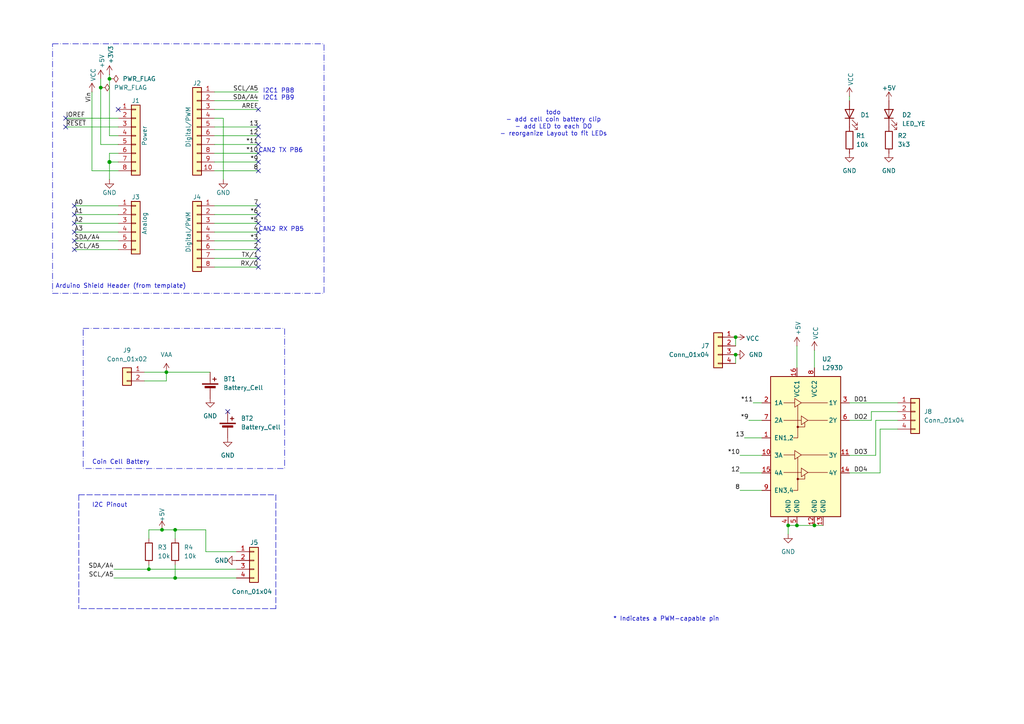
<source format=kicad_sch>
(kicad_sch (version 20231120) (generator "eeschema") (generator_version "8.0")
  (paper "A4")
  (title_block (title "Cannelloni al Forno") (date "2024-11-07") (rev "V.0.2"))
  (lib_symbols
    (symbol "Connector_Generic:Conn_01x02" (pin_names (offset 1.016) hide)
      (property "Reference" "J" (at 0 2.54 0))
      (property "Value" "Conn_01x02" (at 0 -5.08 0))
      (symbol "Conn_01x02_1_1"
        (rectangle (start -1.27 -2.413) (end 0 -2.667) (stroke (width 0.1524)))
        (rectangle (start -1.27 0.127) (end 0 -0.127) (stroke (width 0.1524)))
        (rectangle (start -1.27 1.27) (end 1.27 -3.81) (stroke (width 0.254)) (fill (type background)))
        (pin passive line (at -5.08 0 0) (length 3.81) (name "Pin_1") (number "1"))
        (pin passive line (at -5.08 -2.54 0) (length 3.81) (name "Pin_2") (number "2"))
      )
    )
    (symbol "Connector_Generic:Conn_01x04" (pin_names (offset 1.016) hide)
      (property "Reference" "J" (at 0 5.08 0))
      (property "Value" "Conn_01x04" (at 0 -7.62 0))
      (symbol "Conn_01x04_1_1"
        (rectangle (start -1.27 -4.953) (end 0 -5.207) (stroke (width 0.1524)))
        (rectangle (start -1.27 -2.413) (end 0 -2.667) (stroke (width 0.1524)))
        (rectangle (start -1.27 0.127) (end 0 -0.127) (stroke (width 0.1524)))
        (rectangle (start -1.27 2.667) (end 0 2.413) (stroke (width 0.1524)))
        (rectangle (start -1.27 3.81) (end 1.27 -6.35) (stroke (width 0.254)) (fill (type background)))
        (pin passive line (at -5.08 2.54 0) (length 3.81) (name "Pin_1") (number "1"))
        (pin passive line (at -5.08 0 0) (length 3.81) (name "Pin_2") (number "2"))
        (pin passive line (at -5.08 -2.54 0) (length 3.81) (name "Pin_3") (number "3"))
        (pin passive line (at -5.08 -5.08 0) (length 3.81) (name "Pin_4") (number "4"))
      )
    )
    (symbol "Connector_Generic:Conn_01x06" (pin_names (offset 1.016) hide)
      (property "Reference" "J" (at 0 7.62 0))
      (property "Value" "Conn_01x06" (at 0 -10.16 0))
      (symbol "Conn_01x06_1_1"
        (rectangle (start -1.27 -7.493) (end 0 -7.747) (stroke (width 0.1524)))
        (rectangle (start -1.27 -4.953) (end 0 -5.207) (stroke (width 0.1524)))
        (rectangle (start -1.27 -2.413) (end 0 -2.667) (stroke (width 0.1524)))
        (rectangle (start -1.27 0.127) (end 0 -0.127) (stroke (width 0.1524)))
        (rectangle (start -1.27 2.667) (end 0 2.413) (stroke (width 0.1524)))
        (rectangle (start -1.27 5.207) (end 0 4.953) (stroke (width 0.1524)))
        (rectangle (start -1.27 6.35) (end 1.27 -8.89) (stroke (width 0.254)) (fill (type background)))
        (pin passive line (at -5.08 5.08 0) (length 3.81) (name "Pin_1") (number "1"))
        (pin passive line (at -5.08 2.54 0) (length 3.81) (name "Pin_2") (number "2"))
        (pin passive line (at -5.08 0 0) (length 3.81) (name "Pin_3") (number "3"))
        (pin passive line (at -5.08 -2.54 0) (length 3.81) (name "Pin_4") (number "4"))
        (pin passive line (at -5.08 -5.08 0) (length 3.81) (name "Pin_5") (number "5"))
        (pin passive line (at -5.08 -7.62 0) (length 3.81) (name "Pin_6") (number "6"))
      )
    )
    (symbol "Connector_Generic:Conn_01x08" (pin_names (offset 1.016) hide)
      (property "Reference" "J" (at 0 10.16 0))
      (property "Value" "Conn_01x08" (at 0 -12.7 0))
      (symbol "Conn_01x08_1_1"
        (rectangle (start -1.27 -10.033) (end 0 -10.287) (stroke (width 0.1524)))
        (rectangle (start -1.27 -7.493) (end 0 -7.747) (stroke (width 0.1524)))
        (rectangle (start -1.27 -4.953) (end 0 -5.207) (stroke (width 0.1524)))
        (rectangle (start -1.27 -2.413) (end 0 -2.667) (stroke (width 0.1524)))
        (rectangle (start -1.27 0.127) (end 0 -0.127) (stroke (width 0.1524)))
        (rectangle (start -1.27 2.667) (end 0 2.413) (stroke (width 0.1524)))
        (rectangle (start -1.27 5.207) (end 0 4.953) (stroke (width 0.1524)))
        (rectangle (start -1.27 7.747) (end 0 7.493) (stroke (width 0.1524)))
        (rectangle (start -1.27 8.89) (end 1.27 -11.43) (stroke (width 0.254)) (fill (type background)))
        (pin passive line (at -5.08 7.62 0) (length 3.81) (name "Pin_1") (number "1"))
        (pin passive line (at -5.08 5.08 0) (length 3.81) (name "Pin_2") (number "2"))
        (pin passive line (at -5.08 2.54 0) (length 3.81) (name "Pin_3") (number "3"))
        (pin passive line (at -5.08 0 0) (length 3.81) (name "Pin_4") (number "4"))
        (pin passive line (at -5.08 -2.54 0) (length 3.81) (name "Pin_5") (number "5"))
        (pin passive line (at -5.08 -5.08 0) (length 3.81) (name "Pin_6") (number "6"))
        (pin passive line (at -5.08 -7.62 0) (length 3.81) (name "Pin_7") (number "7"))
        (pin passive line (at -5.08 -10.16 0) (length 3.81) (name "Pin_8") (number "8"))
      )
    )
    (symbol "Connector_Generic:Conn_01x10" (pin_names (offset 1.016) hide)
      (property "Reference" "J" (at 0 12.7 0))
      (property "Value" "Conn_01x10" (at 0 -15.24 0))
      (symbol "Conn_01x10_1_1"
        (rectangle (start -1.27 -12.573) (end 0 -12.827) (stroke (width 0.1524)))
        (rectangle (start -1.27 -10.033) (end 0 -10.287) (stroke (width 0.1524)))
        (rectangle (start -1.27 -7.493) (end 0 -7.747) (stroke (width 0.1524)))
        (rectangle (start -1.27 -4.953) (end 0 -5.207) (stroke (width 0.1524)))
        (rectangle (start -1.27 -2.413) (end 0 -2.667) (stroke (width 0.1524)))
        (rectangle (start -1.27 0.127) (end 0 -0.127) (stroke (width 0.1524)))
        (rectangle (start -1.27 2.667) (end 0 2.413) (stroke (width 0.1524)))
        (rectangle (start -1.27 5.207) (end 0 4.953) (stroke (width 0.1524)))
        (rectangle (start -1.27 7.747) (end 0 7.493) (stroke (width 0.1524)))
        (rectangle (start -1.27 10.287) (end 0 10.033) (stroke (width 0.1524)))
        (rectangle (start -1.27 11.43) (end 1.27 -13.97) (stroke (width 0.254)) (fill (type background)))
        (pin passive line (at -5.08 10.16 0) (length 3.81) (name "Pin_1") (number "1"))
        (pin passive line (at -5.08 -12.7 0) (length 3.81) (name "Pin_10") (number "10"))
        (pin passive line (at -5.08 7.62 0) (length 3.81) (name "Pin_2") (number "2"))
        (pin passive line (at -5.08 5.08 0) (length 3.81) (name "Pin_3") (number "3"))
        (pin passive line (at -5.08 2.54 0) (length 3.81) (name "Pin_4") (number "4"))
        (pin passive line (at -5.08 0 0) (length 3.81) (name "Pin_5") (number "5"))
        (pin passive line (at -5.08 -2.54 0) (length 3.81) (name "Pin_6") (number "6"))
        (pin passive line (at -5.08 -5.08 0) (length 3.81) (name "Pin_7") (number "7"))
        (pin passive line (at -5.08 -7.62 0) (length 3.81) (name "Pin_8") (number "8"))
        (pin passive line (at -5.08 -10.16 0) (length 3.81) (name "Pin_9") (number "9"))
      )
    )
    (symbol "Device:Battery_Cell" (pin_numbers hide) (pin_names (offset 0) hide)
      (property "Reference" "BT" (at 2.54 2.54 0))
      (property "Value" "Battery_Cell" (at 2.54 0 0))
      (symbol "Battery_Cell_0_1"
        (rectangle (start -2.286 1.778) (end 2.286 1.524) (fill (type outline)))
        (rectangle (start -1.524 1.016) (end 1.524 0.508) (fill (type outline)))
        (polyline (pts (xy 0 0.762) (xy 0 0)))
        (polyline (pts (xy 0 1.778) (xy 0 2.54)))
        (polyline (pts (xy 0.762 3.048) (xy 1.778 3.048)) (stroke (width 0.254)))
        (polyline (pts (xy 1.27 3.556) (xy 1.27 2.54)) (stroke (width 0.254)))
      )
      (symbol "Battery_Cell_1_1"
        (pin passive line (at 0 5.08 270) (length 2.54) (name "+") (number "1"))
        (pin passive line (at 0 -2.54 90) (length 2.54) (name "-") (number "2"))
      )
    )
    (symbol "Device:LED" (pin_numbers hide) (pin_names (offset 1.016) hide)
      (property "Reference" "D" (at 0 2.54 0))
      (property "Value" "LED" (at 0 -2.54 0))
      (symbol "LED_0_1"
        (polyline (pts (xy -1.27 -1.27) (xy -1.27 1.27)) (stroke (width 0.254)))
        (polyline (pts (xy -1.27 0) (xy 1.27 0)))
        (polyline (pts (xy 1.27 -1.27) (xy 1.27 1.27) (xy -1.27 0) (xy 1.27 -1.27)) (stroke (width 0.254)))
        (polyline (pts (xy -3.048 -0.762) (xy -4.572 -2.286) (xy -3.81 -2.286) (xy -4.572 -2.286) (xy -4.572 -1.524)))
        (polyline (pts (xy -1.778 -0.762) (xy -3.302 -2.286) (xy -2.54 -2.286) (xy -3.302 -2.286) (xy -3.302 -1.524)))
      )
      (symbol "LED_1_1"
        (pin passive line (at -3.81 0 0) (length 2.54) (name "K") (number "1"))
        (pin passive line (at 3.81 0 180) (length 2.54) (name "A") (number "2"))
      )
    )
    (symbol "Device:R" (pin_numbers hide) (pin_names (offset 0))
      (property "Reference" "R" (at 2.032 0 90))
      (property "Value" "R" (at 0 0 90))
      (symbol "R_0_1"
        (rectangle (start -1.016 -2.54) (end 1.016 2.54) (stroke (width 0.254)))
      )
      (symbol "R_1_1"
        (pin passive line (at 0 3.81 270) (length 1.27) (name "~") (number "1"))
        (pin passive line (at 0 -3.81 90) (length 1.27) (name "~") (number "2"))
      )
    )
    (symbol "Driver_Motor:L293D" (pin_names (offset 1.016))
      (property "Reference" "U" (at -5.08 26.035 0))
      (property "Value" "L293D" (at -5.08 24.13 0))
      (symbol "L293D_0_1"
        (rectangle (start -10.16 22.86) (end 10.16 -17.78) (stroke (width 0.254)) (fill (type background)))
        (circle (center -2.286 -6.858) (radius 0.254) (fill (type outline)))
        (circle (center -2.286 8.255) (radius 0.254) (fill (type outline)))
        (polyline (pts (xy -6.35 -4.953) (xy -1.27 -4.953)))
        (polyline (pts (xy -6.35 0.127) (xy -3.175 0.127)))
        (polyline (pts (xy -6.35 10.16) (xy -1.27 10.16)))
        (polyline (pts (xy -6.35 15.24) (xy -3.175 15.24)))
        (polyline (pts (xy -1.27 0.127) (xy 6.35 0.127)))
        (polyline (pts (xy -1.27 15.24) (xy 6.35 15.24)))
        (polyline (pts (xy 0.635 -4.953) (xy 6.35 -4.953)))
        (polyline (pts (xy 0.635 10.16) (xy 6.35 10.16)))
        (polyline (pts (xy -2.286 -6.858) (xy -0.254 -6.858) (xy -0.254 -5.588)))
        (polyline (pts (xy -2.286 -0.635) (xy -2.286 -10.16) (xy -3.556 -10.16)))
        (polyline (pts (xy -2.286 8.255) (xy -0.254 8.255) (xy -0.254 9.525)))
        (polyline (pts (xy -2.286 14.478) (xy -2.286 5.08) (xy -3.556 5.08)))
        (polyline (pts (xy -3.175 1.397) (xy -3.175 -1.143) (xy -1.27 0.127) (xy -3.175 1.397)))
        (polyline (pts (xy -3.175 16.51) (xy -3.175 13.97) (xy -1.27 15.24) (xy -3.175 16.51)))
        (polyline (pts (xy -1.27 -3.683) (xy -1.27 -6.223) (xy 0.635 -4.953) (xy -1.27 -3.683)))
        (polyline (pts (xy -1.27 11.43) (xy -1.27 8.89) (xy 0.635 10.16) (xy -1.27 11.43)))
      )
      (symbol "L293D_1_1"
        (pin input line (at -12.7 5.08 0) (length 2.54) (name "EN1,2") (number "1"))
        (pin input line (at -12.7 0 0) (length 2.54) (name "3A") (number "10"))
        (pin output line (at 12.7 0 180) (length 2.54) (name "3Y") (number "11"))
        (pin power_in line (at 2.54 -20.32 90) (length 2.54) (name "GND") (number "12"))
        (pin power_in line (at 5.08 -20.32 90) (length 2.54) (name "GND") (number "13"))
        (pin output line (at 12.7 -5.08 180) (length 2.54) (name "4Y") (number "14"))
        (pin input line (at -12.7 -5.08 0) (length 2.54) (name "4A") (number "15"))
        (pin power_in line (at -2.54 25.4 270) (length 2.54) (name "VCC1") (number "16"))
        (pin input line (at -12.7 15.24 0) (length 2.54) (name "1A") (number "2"))
        (pin output line (at 12.7 15.24 180) (length 2.54) (name "1Y") (number "3"))
        (pin power_in line (at -5.08 -20.32 90) (length 2.54) (name "GND") (number "4"))
        (pin power_in line (at -2.54 -20.32 90) (length 2.54) (name "GND") (number "5"))
        (pin output line (at 12.7 10.16 180) (length 2.54) (name "2Y") (number "6"))
        (pin input line (at -12.7 10.16 0) (length 2.54) (name "2A") (number "7"))
        (pin power_in line (at 2.54 25.4 270) (length 2.54) (name "VCC2") (number "8"))
        (pin input line (at -12.7 -10.16 0) (length 2.54) (name "EN3,4") (number "9"))
      )
    )
    (symbol "power:+3V3" (power) (pin_numbers hide) (pin_names (offset 0) hide)
      (property "Value" "+3V3" (at 0 3.556 0))
      (symbol "+3V3_0_1"
        (polyline (pts (xy -0.762 1.27) (xy 0 2.54)))
        (polyline (pts (xy 0 0) (xy 0 2.54)))
        (polyline (pts (xy 0 2.54) (xy 0.762 1.27)))
      )
      (symbol "+3V3_1_1"
        (pin power_in line (at 0 0 90) (length 0) (name "~") (number "1"))
      )
    )
    (symbol "power:+5V" (power) (pin_numbers hide) (pin_names (offset 0) hide)
      (property "Value" "+5V" (at 0 3.556 0))
      (symbol "+5V_0_1"
        (polyline (pts (xy -0.762 1.27) (xy 0 2.54)))
        (polyline (pts (xy 0 0) (xy 0 2.54)))
        (polyline (pts (xy 0 2.54) (xy 0.762 1.27)))
      )
      (symbol "+5V_1_1"
        (pin power_in line (at 0 0 90) (length 0) (name "~") (number "1"))
      )
    )
    (symbol "power:GND" (power) (pin_numbers hide) (pin_names (offset 0) hide)
      (property "Value" "GND" (at 0 -3.81 0))
      (symbol "GND_0_1"
        (polyline (pts (xy 0 0) (xy 0 -1.27) (xy 1.27 -1.27) (xy 0 -2.54) (xy -1.27 -1.27) (xy 0 -1.27)))
      )
      (symbol "GND_1_1"
        (pin power_in line (at 0 0 270) (length 0) (name "~") (number "1"))
      )
    )
    (symbol "power:PWR_FLAG" (power) (pin_numbers hide) (pin_names (offset 0) hide)
      (property "Value" "PWR_FLAG" (at 0 3.81 0))
      (symbol "PWR_FLAG_0_0"
        (pin power_out line (at 0 0 90) (length 0) (name "~") (number "1"))
      )
      (symbol "PWR_FLAG_0_1"
        (polyline (pts (xy 0 0) (xy 0 1.27) (xy -1.016 1.905) (xy 0 2.54) (xy 1.016 1.905) (xy 0 1.27)))
      )
    )
    (symbol "power:VAA" (power) (pin_numbers hide) (pin_names (offset 0) hide)
      (property "Value" "VAA" (at 0 3.556 0))
      (symbol "VAA_0_1"
        (polyline (pts (xy -0.762 1.27) (xy 0 2.54)))
        (polyline (pts (xy 0 0) (xy 0 2.54)))
        (polyline (pts (xy 0 2.54) (xy 0.762 1.27)))
      )
      (symbol "VAA_1_1"
        (pin power_in line (at 0 0 90) (length 0) (name "~") (number "1"))
      )
    )
    (symbol "power:VCC" (power) (pin_numbers hide) (pin_names (offset 0) hide)
      (property "Value" "VCC" (at 0 3.556 0))
      (symbol "VCC_0_1"
        (polyline (pts (xy -0.762 1.27) (xy 0 2.54)))
        (polyline (pts (xy 0 0) (xy 0 2.54)))
        (polyline (pts (xy 0 2.54) (xy 0.762 1.27)))
      )
      (symbol "VCC_1_1"
        (pin power_in line (at 0 0 90) (length 0) (name "~") (number "1"))
      )
    )
  )
  (junction (at 50.8 153.67))
  (junction (at 31.75 46.99) (diameter 1.016))
  (junction (at 236.22 152.4))
  (junction (at 29.21 25.4))
  (junction (at 228.6 152.4))
  (junction (at 43.18 165.1))
  (junction (at 31.75 22.86))
  (junction (at 231.14 152.4))
  (junction (at 213.36 102.87))
  (junction (at 50.8 167.64))
  (junction (at 48.26 107.95))
  (junction (at 46.99 153.67))
  (junction (at 213.36 97.79))
  (no_connect (at 74.93 64.77))
  (no_connect (at 66.04 119.38))
  (no_connect (at 74.93 36.83))
  (no_connect (at 19.05 34.29))
  (no_connect (at 19.05 36.83))
  (no_connect (at 21.59 72.39))
  (no_connect (at 74.93 46.99))
  (no_connect (at 74.93 44.45))
  (no_connect (at 74.93 49.53))
  (no_connect (at 74.93 31.75))
  (no_connect (at 74.93 74.93))
  (no_connect (at 74.93 72.39))
  (no_connect (at 74.93 67.31))
  (no_connect (at 74.93 41.91))
  (no_connect (at 74.93 62.23))
  (no_connect (at 74.93 69.85))
  (no_connect (at 74.93 39.37))
  (no_connect (at 21.59 67.31))
  (no_connect (at 21.59 59.69))
  (no_connect (at 21.59 62.23))
  (no_connect (at 34.29 31.75))
  (no_connect (at 21.59 64.77))
  (no_connect (at 21.59 69.85))
  (no_connect (at 74.93 59.69))
  (no_connect (at 74.93 77.47))
  (wire (pts (xy 62.23 77.47) (xy 74.93 77.47)))
  (wire (pts (xy 46.99 153.67) (xy 43.18 153.67)))
  (wire (pts (xy 50.8 163.83) (xy 50.8 167.64)))
  (wire (pts (xy 260.35 121.92) (xy 254 121.92)))
  (wire (pts (xy 62.23 44.45) (xy 74.93 44.45)))
  (wire (pts (xy 215.9 127) (xy 220.98 127)))
  (wire (pts (xy 62.23 26.67) (xy 74.93 26.67)))
  (wire (pts (xy 31.75 22.86) (xy 31.75 39.37)))
  (wire (pts (xy 218.44 116.84) (xy 220.98 116.84)))
  (wire (pts (xy 31.75 44.45) (xy 31.75 46.99)))
  (wire (pts (xy 21.59 72.39) (xy 34.29 72.39)))
  (polyline (pts (xy 22.86 176.53) (xy 22.86 176.53)) (stroke (width 0) (type dash)))
  (wire (pts (xy 255.27 124.46) (xy 255.27 137.16)))
  (wire (pts (xy 31.75 46.99) (xy 31.75 52.07)))
  (wire (pts (xy 254 121.92) (xy 254 132.08)))
  (wire (pts (xy 41.91 110.49) (xy 48.26 110.49)))
  (wire (pts (xy 31.75 39.37) (xy 34.29 39.37)))
  (wire (pts (xy 236.22 152.4) (xy 238.76 152.4)))
  (wire (pts (xy 29.21 41.91) (xy 34.29 41.91)))
  (wire (pts (xy 29.21 22.86) (xy 29.21 25.4)))
  (wire (pts (xy 50.8 167.64) (xy 68.58 167.64)))
  (wire (pts (xy 62.23 36.83) (xy 74.93 36.83)))
  (wire (pts (xy 31.75 21.59) (xy 31.75 22.86)))
  (wire (pts (xy 62.23 59.69) (xy 74.93 59.69)))
  (wire (pts (xy 252.73 119.38) (xy 260.35 119.38)))
  (wire (pts (xy 214.63 142.24) (xy 220.98 142.24)))
  (wire (pts (xy 34.29 59.69) (xy 21.59 59.69)))
  (wire (pts (xy 231.14 100.33) (xy 231.14 106.68)))
  (wire (pts (xy 62.23 39.37) (xy 74.93 39.37)))
  (wire (pts (xy 62.23 62.23) (xy 74.93 62.23)))
  (wire (pts (xy 260.35 124.46) (xy 255.27 124.46)))
  (wire (pts (xy 33.02 165.1) (xy 43.18 165.1)))
  (wire (pts (xy 254 132.08) (xy 246.38 132.08)))
  (wire (pts (xy 50.8 156.21) (xy 50.8 153.67)))
  (wire (pts (xy 62.23 46.99) (xy 74.93 46.99)))
  (polyline (pts (xy 80.01 143.51) (xy 80.01 176.53)) (stroke (width 0) (type dash)))
  (wire (pts (xy 246.38 121.92) (xy 252.73 121.92)))
  (wire (pts (xy 62.23 67.31) (xy 74.93 67.31)))
  (wire (pts (xy 29.21 25.4) (xy 29.21 41.91)))
  (wire (pts (xy 43.18 165.1) (xy 68.58 165.1)))
  (wire (pts (xy 213.36 102.87) (xy 213.36 105.41)))
  (wire (pts (xy 19.05 34.29) (xy 34.29 34.29)))
  (wire (pts (xy 43.18 163.83) (xy 43.18 165.1)))
  (wire (pts (xy 252.73 121.92) (xy 252.73 119.38)))
  (wire (pts (xy 231.14 152.4) (xy 236.22 152.4)))
  (wire (pts (xy 217.17 121.92) (xy 220.98 121.92)))
  (wire (pts (xy 64.77 34.29) (xy 64.77 52.07)))
  (wire (pts (xy 68.58 160.02) (xy 59.69 160.02)))
  (wire (pts (xy 59.69 160.02) (xy 59.69 153.67)))
  (wire (pts (xy 62.23 31.75) (xy 74.93 31.75)))
  (wire (pts (xy 43.18 153.67) (xy 43.18 156.21)))
  (wire (pts (xy 246.38 116.84) (xy 260.35 116.84)))
  (wire (pts (xy 34.29 64.77) (xy 21.59 64.77)))
  (wire (pts (xy 19.05 36.83) (xy 34.29 36.83)))
  (wire (pts (xy 48.26 107.95) (xy 48.26 110.49)))
  (wire (pts (xy 50.8 153.67) (xy 46.99 153.67)))
  (wire (pts (xy 34.29 46.99) (xy 31.75 46.99)))
  (wire (pts (xy 255.27 137.16) (xy 246.38 137.16)))
  (wire (pts (xy 214.63 137.16) (xy 220.98 137.16)))
  (wire (pts (xy 246.38 27.94) (xy 246.38 29.21)))
  (wire (pts (xy 34.29 49.53) (xy 26.67 49.53)))
  (wire (pts (xy 236.22 101.6) (xy 236.22 106.68)))
  (wire (pts (xy 21.59 62.23) (xy 34.29 62.23)))
  (wire (pts (xy 48.26 107.95) (xy 60.96 107.95)))
  (wire (pts (xy 59.69 153.67) (xy 50.8 153.67)))
  (wire (pts (xy 62.23 34.29) (xy 64.77 34.29)))
  (wire (pts (xy 34.29 44.45) (xy 31.75 44.45)))
  (wire (pts (xy 214.63 132.08) (xy 220.98 132.08)))
  (wire (pts (xy 62.23 41.91) (xy 74.93 41.91)))
  (wire (pts (xy 62.23 64.77) (xy 74.93 64.77)))
  (wire (pts (xy 21.59 67.31) (xy 34.29 67.31)))
  (wire (pts (xy 41.91 107.95) (xy 48.26 107.95)))
  (wire (pts (xy 228.6 152.4) (xy 228.6 154.94)))
  (wire (pts (xy 213.36 97.79) (xy 213.36 100.33)))
  (polyline (pts (xy 80.01 176.53) (xy 22.86 176.53)) (stroke (width 0) (type dash)))
  (polyline (pts (xy 22.86 143.51) (xy 22.86 176.53)) (stroke (width 0) (type dash)))
  (wire (pts (xy 62.23 29.21) (xy 74.93 29.21)))
  (wire (pts (xy 62.23 72.39) (xy 74.93 72.39)))
  (wire (pts (xy 62.23 69.85) (xy 74.93 69.85)))
  (wire (pts (xy 62.23 74.93) (xy 74.93 74.93)))
  (wire (pts (xy 26.67 26.67) (xy 26.67 49.53)))
  (wire (pts (xy 228.6 152.4) (xy 231.14 152.4)))
  (wire (pts (xy 34.29 69.85) (xy 21.59 69.85)))
  (polyline (pts (xy 22.86 143.51) (xy 80.01 143.51)) (stroke (width 0) (type dash)))
  (wire (pts (xy 62.23 49.53) (xy 74.93 49.53)))
  (wire (pts (xy 33.02 167.64) (xy 50.8 167.64)))
  (rectangle (start 15.24 12.7) (end 93.98 85.09) (stroke (width 0) (type dash_dot)))
  (rectangle (start 24.13 95.25) (end 82.55 135.89) (stroke (width 0) (type dash_dot)))
  (text "I2C1 PB8\nI2C1 PB9" (at 76.2 29.21 0) (effects (font (size 1.27 1.27)) (justify left bottom)))
  (text "Coin Cell Battery" (at 35.052 134.112 0) (effects (font (size 1.27 1.27))))
  (text "CAN2 RX PB5 " (at 74.93 67.31 0) (effects (font (size 1.27 1.27)) (justify left bottom)))
  (text "todo\n- add cell coin battery clip\n- add LED to each DO\n- reorganize Layout to fit LEDs" (at 160.528 35.814 0) (effects (font (size 1.27 1.27))))
  (text "CAN2 TX PB6 " (at 74.93 44.45 0) (effects (font (size 1.27 1.27)) (justify left bottom)))
  (text "Arduino Shield Header (from template)" (at 35.052 83.058 0) (effects (font (size 1.27 1.27))))
  (text "I2C Pinout" (at 26.67 147.32 0) (effects (font (size 1.27 1.27)) (justify left bottom)))
  (text "* Indicates a PWM-capable pin" (at 177.8 180.34 0) (effects (font (size 1.27 1.27)) (justify left bottom)))
  (label "RX{slash}0" (at 74.93 77.47 180))
  (label "A2" (at 21.59 64.77 0))
  (label "4" (at 74.93 67.31 180))
  (label "13" (at 215.9 127 180))
  (label "2" (at 74.93 72.39 180))
  (label "A3" (at 21.59 67.31 0))
  (label "13" (at 74.93 36.83 180))
  (label "DO2" (at 247.65 121.92 0))
  (label "12" (at 74.93 39.37 180))
  (label "DO4" (at 247.65 137.16 0))
  (label "SDA{slash}A4" (at 33.02 165.1 180))
  (label "DO3" (at 247.65 132.08 0))
  (label "~{RESET}" (at 19.05 36.83 0))
  (label "*10" (at 74.93 44.45 180))
  (label "SCL{slash}A5" (at 33.02 167.64 180))
  (label "*9" (at 217.17 121.92 180))
  (label "*11" (at 218.44 116.84 180))
  (label "7" (at 74.93 59.69 180))
  (label "SDA{slash}A4" (at 74.93 29.21 180))
  (label "8" (at 74.93 49.53 180))
  (label "*11" (at 74.93 41.91 180))
  (label "*3" (at 74.93 69.85 180))
  (label "A1" (at 21.59 62.23 0))
  (label "TX{slash}1" (at 74.93 74.93 180))
  (label "A0" (at 21.59 59.69 0))
  (label "AREF" (at 74.93 31.75 180))
  (label "Vin" (at 26.67 26.67 270))
  (label "*6" (at 74.93 62.23 180))
  (label "*10" (at 214.63 132.08 180))
  (label "SCL{slash}A5" (at 74.93 26.67 180))
  (label "*9" (at 74.93 46.99 180))
  (label "DO1" (at 247.65 116.84 0))
  (label "*5" (at 74.93 64.77 180))
  (label "IOREF" (at 19.05 34.29 0))
  (label "SDA{slash}A4" (at 21.59 69.85 0))
  (label "8" (at 214.63 142.24 180))
  (label "SCL{slash}A5" (at 21.59 72.39 0))
  (label "12" (at 214.63 137.16 180))
  (symbol (lib_id "Connector_Generic:Conn_01x08") (at 39.37 39.37 0) (unit 1)
    (property "Reference" "J1" (at 39.37 29.21 0))
    (property "Value" "Power" (at 41.91 39.37 90))
    (property "Footprint" "Connector_PinSocket_2.54mm:PinSocket_1x08_P2.54mm_Vertical" (effects (hide yes)))
    (property "Description" "Generic connector, single row, 01x08, script generated (kicad-library-utils/schlib/autogen/connector/)" (effects (hide yes)))
  )
  (symbol (lib_id "power:+3V3") (at 31.75 21.59 0) (unit 1)
    (property "Reference" "#PWR03" (effects (hide yes)))
    (property "Value" "+3V3" (at 32.131 18.542 90) (effects (justify left)))
    (property "Description" "Power symbol creates a global label with name \"+3V3\"" (effects (hide yes)))
  )
  (symbol (lib_id "power:+5V") (at 29.21 22.86 0) (unit 1)
    (property "Reference" "#PWR02" (effects (hide yes)))
    (property "Value" "+5V" (at 29.5656 19.812 90) (effects (justify left)))
    (property "Description" "Power symbol creates a global label with name \"+5V\"" (effects (hide yes)))
  )
  (symbol (lib_id "power:GND") (at 31.75 52.07 0) (unit 1)
    (property "Reference" "#PWR04" (effects (hide yes)))
    (property "Value" "GND" (at 31.75 55.88 0))
    (property "Description" "Power symbol creates a global label with name \"GND\" , ground" (effects (hide yes)))
  )
  (symbol (lib_id "Connector_Generic:Conn_01x10") (at 57.15 36.83 0) (mirror y) (unit 1)
    (property "Reference" "J2" (at 57.15 24.13 0))
    (property "Value" "Digital/PWM" (at 54.61 36.83 90))
    (property "Footprint" "Connector_PinSocket_2.54mm:PinSocket_1x10_P2.54mm_Vertical" (effects (hide yes)))
    (property "Description" "Generic connector, single row, 01x10, script generated (kicad-library-utils/schlib/autogen/connector/)" (effects (hide yes)))
  )
  (symbol (lib_id "power:GND") (at 64.77 52.07 0) (unit 1)
    (property "Reference" "#PWR05" (effects (hide yes)))
    (property "Value" "GND" (at 64.77 55.88 0))
    (property "Description" "Power symbol creates a global label with name \"GND\" , ground" (effects (hide yes)))
  )
  (symbol (lib_id "Connector_Generic:Conn_01x06") (at 39.37 64.77 0) (unit 1)
    (property "Reference" "J3" (at 39.37 57.15 0))
    (property "Value" "Analog" (at 41.91 64.77 90))
    (property "Footprint" "Connector_PinSocket_2.54mm:PinSocket_1x06_P2.54mm_Vertical" (effects (hide yes)))
    (property "Description" "Generic connector, single row, 01x06, script generated (kicad-library-utils/schlib/autogen/connector/)" (effects (hide yes)))
  )
  (symbol (lib_id "Connector_Generic:Conn_01x08") (at 57.15 67.31 0) (mirror y) (unit 1)
    (property "Reference" "J4" (at 57.15 57.15 0))
    (property "Value" "Digital/PWM" (at 54.61 67.31 90))
    (property "Footprint" "Connector_PinSocket_2.54mm:PinSocket_1x08_P2.54mm_Vertical" (effects (hide yes)))
    (property "Description" "Generic connector, single row, 01x08, script generated (kicad-library-utils/schlib/autogen/connector/)" (effects (hide yes)))
  )
  (symbol (lib_id "power:GND") (at 228.6 154.94 0) (unit 1)
    (property "Reference" "#PWR012" (effects (hide yes)))
    (property "Value" "GND" (at 228.6 160.02 0))
    (property "Description" "Power symbol creates a global label with name \"GND\" , ground" (effects (hide yes)))
  )
  (symbol (lib_id "Device:R") (at 246.38 40.64 0) (unit 1)
    (property "Reference" "R1" (at 248.285 39.3699 0) (effects (justify left)))
    (property "Value" "10k" (at 248.285 41.9099 0) (effects (justify left)))
    (property "Footprint" "Resistor_THT:R_Axial_DIN0204_L3.6mm_D1.6mm_P5.08mm_Vertical" (effects (hide yes)))
    (property "Description" "Resistor" (effects (hide yes)))
  )
  (symbol (lib_id "Connector_Generic:Conn_01x04") (at 208.28 100.33 0) (mirror y) (unit 1)
    (property "Reference" "J7" (at 205.74 100.3299 0) (effects (justify left)))
    (property "Value" "Conn_01x04" (at 205.74 102.8699 0) (effects (justify left)))
    (property "Footprint" "Connector_PinHeader_2.54mm:PinHeader_1x04_P2.54mm_Vertical" (effects (hide yes)))
    (property "Description" "Generic connector, single row, 01x04, script generated (kicad-library-utils/schlib/autogen/connector/)" (effects (hide yes)))
  )
  (symbol (lib_id "power:GND") (at 257.81 44.45 0) (unit 1)
    (property "Reference" "#PWR0126" (effects (hide yes)))
    (property "Value" "GND" (at 257.81 49.53 0))
    (property "Description" "Power symbol creates a global label with name \"GND\" , ground" (effects (hide yes)))
  )
  (symbol (lib_id "power:VCC") (at 213.36 97.79 270) (unit 1)
    (property "Reference" "#PWR06" (effects (hide yes)))
    (property "Value" "VCC" (at 216.408 98.171 90) (effects (justify left)))
    (property "Description" "Power symbol creates a global label with name \"VCC\"" (effects (hide yes)))
  )
  (symbol (lib_id "power:+5V") (at 231.14 100.33 0) (unit 1)
    (property "Reference" "#PWR08" (effects (hide yes)))
    (property "Value" "+5V" (at 231.4956 97.282 90) (effects (justify left)))
    (property "Description" "Power symbol creates a global label with name \"+5V\"" (effects (hide yes)))
  )
  (symbol (lib_id "power:PWR_FLAG") (at 29.21 25.4 270) (unit 1)
    (property "Reference" "#FLG02" (effects (hide yes)))
    (property "Value" "PWR_FLAG" (at 33.02 25.3999 90) (effects (justify left)))
    (property "Description" "Special symbol for telling ERC where power comes from" (effects (hide yes)))
  )
  (symbol (lib_id "Connector_Generic:Conn_01x02") (at 36.83 107.95 0) (mirror y) (unit 1)
    (property "Reference" "J9" (at 36.83 101.6 0))
    (property "Value" "Conn_01x02" (at 36.83 104.14 0))
    (property "Footprint" "Connector_PinHeader_2.54mm:PinHeader_1x02_P2.54mm_Vertical" (effects (hide yes)))
    (property "Description" "Generic connector, single row, 01x02, script generated (kicad-library-utils/schlib/autogen/connector/)" (effects (hide yes)))
  )
  (symbol (lib_id "power:GND") (at 68.58 162.56 270) (unit 1)
    (property "Reference" "#PWR0103" (effects (hide yes)))
    (property "Value" "GND" (at 62.23 162.56 90) (effects (justify left)))
    (property "Description" "Power symbol creates a global label with name \"GND\" , ground" (effects (hide yes)))
  )
  (symbol (lib_id "Connector_Generic:Conn_01x04") (at 73.66 162.56 0) (unit 1)
    (property "Reference" "J5" (at 72.517 157.353 0) (effects (justify left)))
    (property "Value" "Conn_01x04" (at 67.183 171.577 0) (effects (justify left)))
    (property "Footprint" "Connector_PinHeader_2.54mm:PinHeader_1x04_P2.54mm_Vertical" (effects (hide yes)))
    (property "Description" "Generic connector, single row, 01x04, script generated (kicad-library-utils/schlib/autogen/connector/)" (effects (hide yes)))
  )
  (symbol (lib_id "Device:Battery_Cell") (at 66.04 124.46 0) (unit 1)
    (property "Reference" "BT2" (at 69.85 121.3484 0) (effects (justify left)))
    (property "Value" "Battery_Cell" (at 69.85 123.8884 0) (effects (justify left)))
    (property "Footprint" "Battery:BatteryHolder_Keystone_3000_1x12mm" (effects (hide yes)))
    (property "Description" "Single-cell battery" (effects (hide yes)))
  )
  (symbol (lib_id "Driver_Motor:L293D") (at 233.68 132.08 0) (unit 1)
    (property "Reference" "U2" (at 238.4141 104.14 0) (effects (justify left)))
    (property "Value" "L293D" (at 238.4141 106.68 0) (effects (justify left)))
    (property "Footprint" "Package_DIP:DIP-16_W7.62mm" (effects (hide yes)))
    (property "Datasheet" "http://www.ti.com/lit/ds/symlink/l293.pdf" (effects (hide yes)))
    (property "Description" "Quadruple Half-H Drivers" (effects (hide yes)))
  )
  (symbol (lib_id "power:VCC") (at 26.67 26.67 0) (unit 1)
    (property "Reference" "#PWR01" (effects (hide yes)))
    (property "Value" "VCC" (at 27.051 23.622 90) (effects (justify left)))
    (property "Description" "Power symbol creates a global label with name \"VCC\"" (effects (hide yes)))
  )
  (symbol (lib_id "Device:LED") (at 257.81 33.02 90) (unit 1)
    (property "Reference" "D2" (at 261.62 33.3374 90) (effects (justify right)))
    (property "Value" "LED_YE" (at 261.62 35.8774 90) (effects (justify right)))
    (property "Footprint" "LED_THT:LED_D3.0mm_Clear" (effects (hide yes)))
    (property "Description" "Light emitting diode" (effects (hide yes)))
  )
  (symbol (lib_id "power:GND") (at 246.38 44.45 0) (unit 1)
    (property "Reference" "#PWR0104" (effects (hide yes)))
    (property "Value" "GND" (at 246.38 49.53 0))
    (property "Description" "Power symbol creates a global label with name \"GND\" , ground" (effects (hide yes)))
  )
  (symbol (lib_id "Device:R") (at 257.81 40.64 0) (unit 1)
    (property "Reference" "R2" (at 260.35 39.3699 0) (effects (justify left)))
    (property "Value" "3k3" (at 260.35 41.9099 0) (effects (justify left)))
    (property "Footprint" "Resistor_THT:R_Axial_DIN0204_L3.6mm_D1.6mm_P5.08mm_Vertical" (effects (hide yes)))
    (property "Description" "Resistor" (effects (hide yes)))
  )
  (symbol (lib_id "power:+5V") (at 257.81 29.21 0) (unit 1)
    (property "Reference" "#PWR0109" (effects (hide yes)))
    (property "Value" "+5V" (at 257.81 25.527 0))
    (property "Description" "Power symbol creates a global label with name \"+5V\"" (effects (hide yes)))
  )
  (symbol (lib_id "power:VAA") (at 48.26 107.95 0) (unit 1)
    (property "Reference" "#PWR014" (effects (hide yes)))
    (property "Value" "VAA" (at 48.26 102.87 0))
    (property "Description" "Power symbol creates a global label with name \"VAA\"" (effects (hide yes)))
  )
  (symbol (lib_id "power:PWR_FLAG") (at 31.75 22.86 270) (unit 1)
    (property "Reference" "#FLG01" (effects (hide yes)))
    (property "Value" "PWR_FLAG" (at 35.56 22.8599 90) (effects (justify left)))
    (property "Description" "Special symbol for telling ERC where power comes from" (effects (hide yes)))
  )
  (symbol (lib_id "power:GND") (at 213.36 102.87 90) (unit 1)
    (property "Reference" "#PWR010" (effects (hide yes)))
    (property "Value" "GND" (at 217.17 102.8699 90) (effects (justify right)))
    (property "Description" "Power symbol creates a global label with name \"GND\" , ground" (effects (hide yes)))
  )
  (symbol (lib_id "power:VCC") (at 246.38 27.94 0) (unit 1)
    (property "Reference" "#PWR0108" (effects (hide yes)))
    (property "Value" "VCC" (at 246.761 24.892 90) (effects (justify left)))
    (property "Description" "Power symbol creates a global label with name \"VCC\"" (effects (hide yes)))
  )
  (symbol (lib_id "Device:Battery_Cell") (at 60.96 113.03 0) (unit 1)
    (property "Reference" "BT1" (at 64.77 109.9184 0) (effects (justify left)))
    (property "Value" "Battery_Cell" (at 64.77 112.4584 0) (effects (justify left)))
    (property "Footprint" "Battery:BatteryHolder_Keystone_103_1x20mm" (effects (hide yes)))
    (property "Description" "Single-cell battery" (effects (hide yes)))
  )
  (symbol (lib_id "power:+5V") (at 46.99 153.67 0) (unit 1)
    (property "Reference" "#PWR0107" (effects (hide yes)))
    (property "Value" "+5V" (at 46.99 147.32 90) (effects (justify right)))
    (property "Description" "Power symbol creates a global label with name \"+5V\"" (effects (hide yes)))
  )
  (symbol (lib_id "Device:R") (at 50.8 160.02 0) (unit 1)
    (property "Reference" "R4" (at 53.34 158.7499 0) (effects (justify left)))
    (property "Value" "10k" (at 53.34 161.2899 0) (effects (justify left)))
    (property "Footprint" "Resistor_THT:R_Axial_DIN0204_L3.6mm_D1.6mm_P7.62mm_Horizontal" (effects (hide yes)))
    (property "Description" "Resistor" (effects (hide yes)))
  )
  (symbol (lib_id "power:GND") (at 60.96 115.57 0) (unit 1)
    (property "Reference" "#PWR013" (effects (hide yes)))
    (property "Value" "GND" (at 60.96 120.65 0))
    (property "Description" "Power symbol creates a global label with name \"GND\" , ground" (effects (hide yes)))
  )
  (symbol (lib_id "power:GND") (at 66.04 127 0) (unit 1)
    (property "Reference" "#PWR07" (effects (hide yes)))
    (property "Value" "GND" (at 66.04 132.08 0))
    (property "Description" "Power symbol creates a global label with name \"GND\" , ground" (effects (hide yes)))
  )
  (symbol (lib_id "Connector_Generic:Conn_01x04") (at 265.43 119.38 0) (unit 1)
    (property "Reference" "J8" (at 267.97 119.3799 0) (effects (justify left)))
    (property "Value" "Conn_01x04" (at 267.97 121.9199 0) (effects (justify left)))
    (property "Footprint" "Connector_PinHeader_2.54mm:PinHeader_1x04_P2.54mm_Vertical" (effects (hide yes)))
    (property "Description" "Generic connector, single row, 01x04, script generated (kicad-library-utils/schlib/autogen/connector/)" (effects (hide yes)))
  )
  (symbol (lib_id "Device:R") (at 43.18 160.02 0) (unit 1)
    (property "Reference" "R3" (at 45.72 158.7499 0) (effects (justify left)))
    (property "Value" "10k" (at 45.72 161.2899 0) (effects (justify left)))
    (property "Footprint" "Resistor_THT:R_Axial_DIN0204_L3.6mm_D1.6mm_P5.08mm_Horizontal" (effects (hide yes)))
    (property "Description" "Resistor" (effects (hide yes)))
  )
  (symbol (lib_id "Device:LED") (at 246.38 33.02 90) (unit 1)
    (property "Reference" "D1" (at 249.555 33.3374 90) (effects (justify right)))
    (property "Value" "LED_YE" (effects (hide yes)))
    (property "Footprint" "LED_THT:LED_D3.0mm_Clear" (effects (hide yes)))
    (property "Description" "Light emitting diode" (effects (hide yes)))
  )
  (symbol (lib_id "power:VCC") (at 236.22 101.6 0) (unit 1)
    (property "Reference" "#PWR015" (effects (hide yes)))
    (property "Value" "VCC" (at 236.601 98.552 90) (effects (justify left)))
    (property "Description" "Power symbol creates a global label with name \"VCC\"" (effects (hide yes)))
  )
)
</source>
